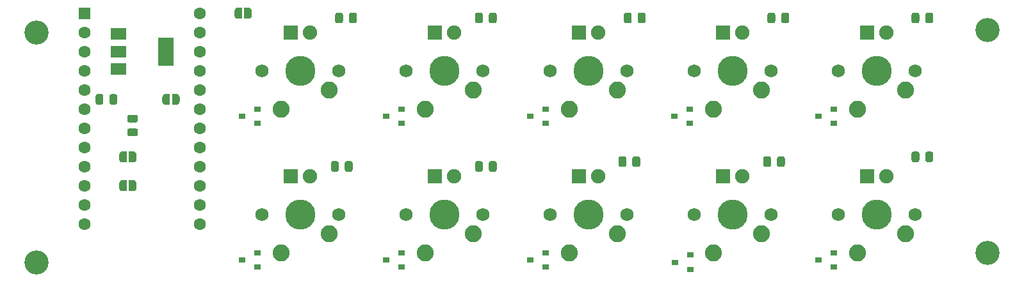
<source format=gbs>
G04 #@! TF.GenerationSoftware,KiCad,Pcbnew,(5.1.10)-1*
G04 #@! TF.CreationDate,2022-01-19T18:15:33-07:00*
G04 #@! TF.ProjectId,keypad,6b657970-6164-42e6-9b69-6361645f7063,rev?*
G04 #@! TF.SameCoordinates,Original*
G04 #@! TF.FileFunction,Soldermask,Bot*
G04 #@! TF.FilePolarity,Negative*
%FSLAX46Y46*%
G04 Gerber Fmt 4.6, Leading zero omitted, Abs format (unit mm)*
G04 Created by KiCad (PCBNEW (5.1.10)-1) date 2022-01-19 18:15:33*
%MOMM*%
%LPD*%
G01*
G04 APERTURE LIST*
%ADD10C,1.750000*%
%ADD11R,1.905000X1.905000*%
%ADD12C,1.905000*%
%ADD13C,2.250000*%
%ADD14C,3.987800*%
%ADD15R,0.900000X0.800000*%
%ADD16C,3.200000*%
%ADD17C,1.600000*%
%ADD18R,1.600000X1.600000*%
%ADD19R,2.000000X1.500000*%
%ADD20R,2.000000X3.800000*%
%ADD21C,0.100000*%
G04 APERTURE END LIST*
D10*
X132715000Y-91440000D03*
X142875000Y-91440000D03*
D11*
X136525000Y-86360000D03*
D12*
X139065000Y-86360000D03*
D13*
X141605000Y-93980000D03*
D14*
X137795000Y-91440000D03*
D13*
X135255000Y-96520000D03*
D15*
X168275000Y-116840000D03*
X170275000Y-117790000D03*
X170275000Y-115890000D03*
D16*
X209550000Y-115570000D03*
X209545001Y-86025001D03*
X83820000Y-116840000D03*
X83820000Y-86360000D03*
D17*
X105410000Y-83820000D03*
X105410000Y-86360000D03*
X105410000Y-88900000D03*
X105410000Y-91440000D03*
X105410000Y-93980000D03*
X105410000Y-96520000D03*
X105410000Y-99060000D03*
X105410000Y-101600000D03*
X105410000Y-104140000D03*
X105410000Y-106680000D03*
X105410000Y-109220000D03*
X105410000Y-111760000D03*
X90170000Y-111760000D03*
X90170000Y-109220000D03*
X90170000Y-106680000D03*
X90170000Y-104140000D03*
X90170000Y-101600000D03*
X90170000Y-99060000D03*
X90170000Y-96520000D03*
X90170000Y-93980000D03*
X90170000Y-91440000D03*
X90170000Y-88900000D03*
X90170000Y-86360000D03*
D18*
X90170000Y-83820000D03*
G36*
G01*
X96970001Y-98302500D02*
X96069999Y-98302500D01*
G75*
G02*
X95820000Y-98052501I0J249999D01*
G01*
X95820000Y-97527499D01*
G75*
G02*
X96069999Y-97277500I249999J0D01*
G01*
X96970001Y-97277500D01*
G75*
G02*
X97220000Y-97527499I0J-249999D01*
G01*
X97220000Y-98052501D01*
G75*
G02*
X96970001Y-98302500I-249999J0D01*
G01*
G37*
G36*
G01*
X96970001Y-100127500D02*
X96069999Y-100127500D01*
G75*
G02*
X95820000Y-99877501I0J249999D01*
G01*
X95820000Y-99352499D01*
G75*
G02*
X96069999Y-99102500I249999J0D01*
G01*
X96970001Y-99102500D01*
G75*
G02*
X97220000Y-99352499I0J-249999D01*
G01*
X97220000Y-99877501D01*
G75*
G02*
X96970001Y-100127500I-249999J0D01*
G01*
G37*
G36*
G01*
X93467500Y-95700001D02*
X93467500Y-94799999D01*
G75*
G02*
X93717499Y-94550000I249999J0D01*
G01*
X94242501Y-94550000D01*
G75*
G02*
X94492500Y-94799999I0J-249999D01*
G01*
X94492500Y-95700001D01*
G75*
G02*
X94242501Y-95950000I-249999J0D01*
G01*
X93717499Y-95950000D01*
G75*
G02*
X93467500Y-95700001I0J249999D01*
G01*
G37*
G36*
G01*
X91642500Y-95700001D02*
X91642500Y-94799999D01*
G75*
G02*
X91892499Y-94550000I249999J0D01*
G01*
X92417501Y-94550000D01*
G75*
G02*
X92667500Y-94799999I0J-249999D01*
G01*
X92667500Y-95700001D01*
G75*
G02*
X92417501Y-95950000I-249999J0D01*
G01*
X91892499Y-95950000D01*
G75*
G02*
X91642500Y-95700001I0J249999D01*
G01*
G37*
G36*
G01*
X201337500Y-103320001D02*
X201337500Y-102419999D01*
G75*
G02*
X201587499Y-102170000I249999J0D01*
G01*
X202112501Y-102170000D01*
G75*
G02*
X202362500Y-102419999I0J-249999D01*
G01*
X202362500Y-103320001D01*
G75*
G02*
X202112501Y-103570000I-249999J0D01*
G01*
X201587499Y-103570000D01*
G75*
G02*
X201337500Y-103320001I0J249999D01*
G01*
G37*
G36*
G01*
X199512500Y-103320001D02*
X199512500Y-102419999D01*
G75*
G02*
X199762499Y-102170000I249999J0D01*
G01*
X200287501Y-102170000D01*
G75*
G02*
X200537500Y-102419999I0J-249999D01*
G01*
X200537500Y-103320001D01*
G75*
G02*
X200287501Y-103570000I-249999J0D01*
G01*
X199762499Y-103570000D01*
G75*
G02*
X199512500Y-103320001I0J249999D01*
G01*
G37*
G36*
G01*
X201337500Y-84905001D02*
X201337500Y-84004999D01*
G75*
G02*
X201587499Y-83755000I249999J0D01*
G01*
X202112501Y-83755000D01*
G75*
G02*
X202362500Y-84004999I0J-249999D01*
G01*
X202362500Y-84905001D01*
G75*
G02*
X202112501Y-85155000I-249999J0D01*
G01*
X201587499Y-85155000D01*
G75*
G02*
X201337500Y-84905001I0J249999D01*
G01*
G37*
G36*
G01*
X199512500Y-84905001D02*
X199512500Y-84004999D01*
G75*
G02*
X199762499Y-83755000I249999J0D01*
G01*
X200287501Y-83755000D01*
G75*
G02*
X200537500Y-84004999I0J-249999D01*
G01*
X200537500Y-84905001D01*
G75*
G02*
X200287501Y-85155000I-249999J0D01*
G01*
X199762499Y-85155000D01*
G75*
G02*
X199512500Y-84905001I0J249999D01*
G01*
G37*
G36*
G01*
X181732500Y-103955001D02*
X181732500Y-103054999D01*
G75*
G02*
X181982499Y-102805000I249999J0D01*
G01*
X182507501Y-102805000D01*
G75*
G02*
X182757500Y-103054999I0J-249999D01*
G01*
X182757500Y-103955001D01*
G75*
G02*
X182507501Y-104205000I-249999J0D01*
G01*
X181982499Y-104205000D01*
G75*
G02*
X181732500Y-103955001I0J249999D01*
G01*
G37*
G36*
G01*
X179907500Y-103955001D02*
X179907500Y-103054999D01*
G75*
G02*
X180157499Y-102805000I249999J0D01*
G01*
X180682501Y-102805000D01*
G75*
G02*
X180932500Y-103054999I0J-249999D01*
G01*
X180932500Y-103955001D01*
G75*
G02*
X180682501Y-104205000I-249999J0D01*
G01*
X180157499Y-104205000D01*
G75*
G02*
X179907500Y-103955001I0J249999D01*
G01*
G37*
G36*
G01*
X182287500Y-84905001D02*
X182287500Y-84004999D01*
G75*
G02*
X182537499Y-83755000I249999J0D01*
G01*
X183062501Y-83755000D01*
G75*
G02*
X183312500Y-84004999I0J-249999D01*
G01*
X183312500Y-84905001D01*
G75*
G02*
X183062501Y-85155000I-249999J0D01*
G01*
X182537499Y-85155000D01*
G75*
G02*
X182287500Y-84905001I0J249999D01*
G01*
G37*
G36*
G01*
X180462500Y-84905001D02*
X180462500Y-84004999D01*
G75*
G02*
X180712499Y-83755000I249999J0D01*
G01*
X181237501Y-83755000D01*
G75*
G02*
X181487500Y-84004999I0J-249999D01*
G01*
X181487500Y-84905001D01*
G75*
G02*
X181237501Y-85155000I-249999J0D01*
G01*
X180712499Y-85155000D01*
G75*
G02*
X180462500Y-84905001I0J249999D01*
G01*
G37*
G36*
G01*
X162602500Y-103955001D02*
X162602500Y-103054999D01*
G75*
G02*
X162852499Y-102805000I249999J0D01*
G01*
X163377501Y-102805000D01*
G75*
G02*
X163627500Y-103054999I0J-249999D01*
G01*
X163627500Y-103955001D01*
G75*
G02*
X163377501Y-104205000I-249999J0D01*
G01*
X162852499Y-104205000D01*
G75*
G02*
X162602500Y-103955001I0J249999D01*
G01*
G37*
G36*
G01*
X160777500Y-103955001D02*
X160777500Y-103054999D01*
G75*
G02*
X161027499Y-102805000I249999J0D01*
G01*
X161552501Y-102805000D01*
G75*
G02*
X161802500Y-103054999I0J-249999D01*
G01*
X161802500Y-103955001D01*
G75*
G02*
X161552501Y-104205000I-249999J0D01*
G01*
X161027499Y-104205000D01*
G75*
G02*
X160777500Y-103955001I0J249999D01*
G01*
G37*
G36*
G01*
X163317500Y-84905001D02*
X163317500Y-84004999D01*
G75*
G02*
X163567499Y-83755000I249999J0D01*
G01*
X164092501Y-83755000D01*
G75*
G02*
X164342500Y-84004999I0J-249999D01*
G01*
X164342500Y-84905001D01*
G75*
G02*
X164092501Y-85155000I-249999J0D01*
G01*
X163567499Y-85155000D01*
G75*
G02*
X163317500Y-84905001I0J249999D01*
G01*
G37*
G36*
G01*
X161492500Y-84905001D02*
X161492500Y-84004999D01*
G75*
G02*
X161742499Y-83755000I249999J0D01*
G01*
X162267501Y-83755000D01*
G75*
G02*
X162517500Y-84004999I0J-249999D01*
G01*
X162517500Y-84905001D01*
G75*
G02*
X162267501Y-85155000I-249999J0D01*
G01*
X161742499Y-85155000D01*
G75*
G02*
X161492500Y-84905001I0J249999D01*
G01*
G37*
G36*
G01*
X143632500Y-104590001D02*
X143632500Y-103689999D01*
G75*
G02*
X143882499Y-103440000I249999J0D01*
G01*
X144407501Y-103440000D01*
G75*
G02*
X144657500Y-103689999I0J-249999D01*
G01*
X144657500Y-104590001D01*
G75*
G02*
X144407501Y-104840000I-249999J0D01*
G01*
X143882499Y-104840000D01*
G75*
G02*
X143632500Y-104590001I0J249999D01*
G01*
G37*
G36*
G01*
X141807500Y-104590001D02*
X141807500Y-103689999D01*
G75*
G02*
X142057499Y-103440000I249999J0D01*
G01*
X142582501Y-103440000D01*
G75*
G02*
X142832500Y-103689999I0J-249999D01*
G01*
X142832500Y-104590001D01*
G75*
G02*
X142582501Y-104840000I-249999J0D01*
G01*
X142057499Y-104840000D01*
G75*
G02*
X141807500Y-104590001I0J249999D01*
G01*
G37*
G36*
G01*
X143632500Y-84905001D02*
X143632500Y-84004999D01*
G75*
G02*
X143882499Y-83755000I249999J0D01*
G01*
X144407501Y-83755000D01*
G75*
G02*
X144657500Y-84004999I0J-249999D01*
G01*
X144657500Y-84905001D01*
G75*
G02*
X144407501Y-85155000I-249999J0D01*
G01*
X143882499Y-85155000D01*
G75*
G02*
X143632500Y-84905001I0J249999D01*
G01*
G37*
G36*
G01*
X141807500Y-84905001D02*
X141807500Y-84004999D01*
G75*
G02*
X142057499Y-83755000I249999J0D01*
G01*
X142582501Y-83755000D01*
G75*
G02*
X142832500Y-84004999I0J-249999D01*
G01*
X142832500Y-84905001D01*
G75*
G02*
X142582501Y-85155000I-249999J0D01*
G01*
X142057499Y-85155000D01*
G75*
G02*
X141807500Y-84905001I0J249999D01*
G01*
G37*
G36*
G01*
X124582500Y-104590001D02*
X124582500Y-103689999D01*
G75*
G02*
X124832499Y-103440000I249999J0D01*
G01*
X125357501Y-103440000D01*
G75*
G02*
X125607500Y-103689999I0J-249999D01*
G01*
X125607500Y-104590001D01*
G75*
G02*
X125357501Y-104840000I-249999J0D01*
G01*
X124832499Y-104840000D01*
G75*
G02*
X124582500Y-104590001I0J249999D01*
G01*
G37*
G36*
G01*
X122757500Y-104590001D02*
X122757500Y-103689999D01*
G75*
G02*
X123007499Y-103440000I249999J0D01*
G01*
X123532501Y-103440000D01*
G75*
G02*
X123782500Y-103689999I0J-249999D01*
G01*
X123782500Y-104590001D01*
G75*
G02*
X123532501Y-104840000I-249999J0D01*
G01*
X123007499Y-104840000D01*
G75*
G02*
X122757500Y-104590001I0J249999D01*
G01*
G37*
G36*
G01*
X125137500Y-84905001D02*
X125137500Y-84004999D01*
G75*
G02*
X125387499Y-83755000I249999J0D01*
G01*
X125912501Y-83755000D01*
G75*
G02*
X126162500Y-84004999I0J-249999D01*
G01*
X126162500Y-84905001D01*
G75*
G02*
X125912501Y-85155000I-249999J0D01*
G01*
X125387499Y-85155000D01*
G75*
G02*
X125137500Y-84905001I0J249999D01*
G01*
G37*
G36*
G01*
X123312500Y-84905001D02*
X123312500Y-84004999D01*
G75*
G02*
X123562499Y-83755000I249999J0D01*
G01*
X124087501Y-83755000D01*
G75*
G02*
X124337500Y-84004999I0J-249999D01*
G01*
X124337500Y-84905001D01*
G75*
G02*
X124087501Y-85155000I-249999J0D01*
G01*
X123562499Y-85155000D01*
G75*
G02*
X123312500Y-84905001I0J249999D01*
G01*
G37*
D19*
X94640000Y-91200000D03*
X94640000Y-86600000D03*
X94640000Y-88900000D03*
D20*
X100940000Y-88900000D03*
D10*
X189865000Y-110490000D03*
X200025000Y-110490000D03*
D11*
X193675000Y-105410000D03*
D12*
X196215000Y-105410000D03*
D13*
X198755000Y-113030000D03*
D14*
X194945000Y-110490000D03*
D13*
X192405000Y-115570000D03*
D10*
X189865000Y-91440000D03*
X200025000Y-91440000D03*
D11*
X193675000Y-86360000D03*
D12*
X196215000Y-86360000D03*
D13*
X198755000Y-93980000D03*
D14*
X194945000Y-91440000D03*
D13*
X192405000Y-96520000D03*
D10*
X170815000Y-110490000D03*
X180975000Y-110490000D03*
D11*
X174625000Y-105410000D03*
D12*
X177165000Y-105410000D03*
D13*
X179705000Y-113030000D03*
D14*
X175895000Y-110490000D03*
D13*
X173355000Y-115570000D03*
D10*
X170815000Y-91440000D03*
X180975000Y-91440000D03*
D11*
X174625000Y-86360000D03*
D12*
X177165000Y-86360000D03*
D13*
X179705000Y-93980000D03*
D14*
X175895000Y-91440000D03*
D13*
X173355000Y-96520000D03*
D10*
X151765000Y-110490000D03*
X161925000Y-110490000D03*
D11*
X155575000Y-105410000D03*
D12*
X158115000Y-105410000D03*
D13*
X160655000Y-113030000D03*
D14*
X156845000Y-110490000D03*
D13*
X154305000Y-115570000D03*
D10*
X151765000Y-91440000D03*
X161925000Y-91440000D03*
D11*
X155575000Y-86360000D03*
D12*
X158115000Y-86360000D03*
D13*
X160655000Y-93980000D03*
D14*
X156845000Y-91440000D03*
D13*
X154305000Y-96520000D03*
D10*
X132715000Y-110490000D03*
X142875000Y-110490000D03*
D11*
X136525000Y-105410000D03*
D12*
X139065000Y-105410000D03*
D13*
X141605000Y-113030000D03*
D14*
X137795000Y-110490000D03*
D13*
X135255000Y-115570000D03*
D10*
X113665000Y-110490000D03*
X123825000Y-110490000D03*
D11*
X117475000Y-105410000D03*
D12*
X120015000Y-105410000D03*
D13*
X122555000Y-113030000D03*
D14*
X118745000Y-110490000D03*
D13*
X116205000Y-115570000D03*
D10*
X113665000Y-91440000D03*
X123825000Y-91440000D03*
D11*
X117475000Y-86360000D03*
D12*
X120015000Y-86360000D03*
D13*
X122555000Y-93980000D03*
D14*
X118745000Y-91440000D03*
D13*
X116205000Y-96520000D03*
D21*
G36*
X102250000Y-94500602D02*
G01*
X102274534Y-94500602D01*
X102323365Y-94505412D01*
X102371490Y-94514984D01*
X102418445Y-94529228D01*
X102463778Y-94548005D01*
X102507051Y-94571136D01*
X102547850Y-94598396D01*
X102585779Y-94629524D01*
X102620476Y-94664221D01*
X102651604Y-94702150D01*
X102678864Y-94742949D01*
X102701995Y-94786222D01*
X102720772Y-94831555D01*
X102735016Y-94878510D01*
X102744588Y-94926635D01*
X102749398Y-94975466D01*
X102749398Y-95000000D01*
X102750000Y-95000000D01*
X102750000Y-95500000D01*
X102749398Y-95500000D01*
X102749398Y-95524534D01*
X102744588Y-95573365D01*
X102735016Y-95621490D01*
X102720772Y-95668445D01*
X102701995Y-95713778D01*
X102678864Y-95757051D01*
X102651604Y-95797850D01*
X102620476Y-95835779D01*
X102585779Y-95870476D01*
X102547850Y-95901604D01*
X102507051Y-95928864D01*
X102463778Y-95951995D01*
X102418445Y-95970772D01*
X102371490Y-95985016D01*
X102323365Y-95994588D01*
X102274534Y-95999398D01*
X102250000Y-95999398D01*
X102250000Y-96000000D01*
X101750000Y-96000000D01*
X101750000Y-94500000D01*
X102250000Y-94500000D01*
X102250000Y-94500602D01*
G37*
G36*
X101450000Y-96000000D02*
G01*
X100950000Y-96000000D01*
X100950000Y-95999398D01*
X100925466Y-95999398D01*
X100876635Y-95994588D01*
X100828510Y-95985016D01*
X100781555Y-95970772D01*
X100736222Y-95951995D01*
X100692949Y-95928864D01*
X100652150Y-95901604D01*
X100614221Y-95870476D01*
X100579524Y-95835779D01*
X100548396Y-95797850D01*
X100521136Y-95757051D01*
X100498005Y-95713778D01*
X100479228Y-95668445D01*
X100464984Y-95621490D01*
X100455412Y-95573365D01*
X100450602Y-95524534D01*
X100450602Y-95500000D01*
X100450000Y-95500000D01*
X100450000Y-95000000D01*
X100450602Y-95000000D01*
X100450602Y-94975466D01*
X100455412Y-94926635D01*
X100464984Y-94878510D01*
X100479228Y-94831555D01*
X100498005Y-94786222D01*
X100521136Y-94742949D01*
X100548396Y-94702150D01*
X100579524Y-94664221D01*
X100614221Y-94629524D01*
X100652150Y-94598396D01*
X100692949Y-94571136D01*
X100736222Y-94548005D01*
X100781555Y-94529228D01*
X100828510Y-94514984D01*
X100876635Y-94505412D01*
X100925466Y-94500602D01*
X100950000Y-94500602D01*
X100950000Y-94500000D01*
X101450000Y-94500000D01*
X101450000Y-96000000D01*
G37*
G36*
X111790000Y-83070602D02*
G01*
X111814534Y-83070602D01*
X111863365Y-83075412D01*
X111911490Y-83084984D01*
X111958445Y-83099228D01*
X112003778Y-83118005D01*
X112047051Y-83141136D01*
X112087850Y-83168396D01*
X112125779Y-83199524D01*
X112160476Y-83234221D01*
X112191604Y-83272150D01*
X112218864Y-83312949D01*
X112241995Y-83356222D01*
X112260772Y-83401555D01*
X112275016Y-83448510D01*
X112284588Y-83496635D01*
X112289398Y-83545466D01*
X112289398Y-83570000D01*
X112290000Y-83570000D01*
X112290000Y-84070000D01*
X112289398Y-84070000D01*
X112289398Y-84094534D01*
X112284588Y-84143365D01*
X112275016Y-84191490D01*
X112260772Y-84238445D01*
X112241995Y-84283778D01*
X112218864Y-84327051D01*
X112191604Y-84367850D01*
X112160476Y-84405779D01*
X112125779Y-84440476D01*
X112087850Y-84471604D01*
X112047051Y-84498864D01*
X112003778Y-84521995D01*
X111958445Y-84540772D01*
X111911490Y-84555016D01*
X111863365Y-84564588D01*
X111814534Y-84569398D01*
X111790000Y-84569398D01*
X111790000Y-84570000D01*
X111290000Y-84570000D01*
X111290000Y-83070000D01*
X111790000Y-83070000D01*
X111790000Y-83070602D01*
G37*
G36*
X110990000Y-84570000D02*
G01*
X110490000Y-84570000D01*
X110490000Y-84569398D01*
X110465466Y-84569398D01*
X110416635Y-84564588D01*
X110368510Y-84555016D01*
X110321555Y-84540772D01*
X110276222Y-84521995D01*
X110232949Y-84498864D01*
X110192150Y-84471604D01*
X110154221Y-84440476D01*
X110119524Y-84405779D01*
X110088396Y-84367850D01*
X110061136Y-84327051D01*
X110038005Y-84283778D01*
X110019228Y-84238445D01*
X110004984Y-84191490D01*
X109995412Y-84143365D01*
X109990602Y-84094534D01*
X109990602Y-84070000D01*
X109990000Y-84070000D01*
X109990000Y-83570000D01*
X109990602Y-83570000D01*
X109990602Y-83545466D01*
X109995412Y-83496635D01*
X110004984Y-83448510D01*
X110019228Y-83401555D01*
X110038005Y-83356222D01*
X110061136Y-83312949D01*
X110088396Y-83272150D01*
X110119524Y-83234221D01*
X110154221Y-83199524D01*
X110192150Y-83168396D01*
X110232949Y-83141136D01*
X110276222Y-83118005D01*
X110321555Y-83099228D01*
X110368510Y-83084984D01*
X110416635Y-83075412D01*
X110465466Y-83070602D01*
X110490000Y-83070602D01*
X110490000Y-83070000D01*
X110990000Y-83070000D01*
X110990000Y-84570000D01*
G37*
G36*
X96550000Y-105930602D02*
G01*
X96574534Y-105930602D01*
X96623365Y-105935412D01*
X96671490Y-105944984D01*
X96718445Y-105959228D01*
X96763778Y-105978005D01*
X96807051Y-106001136D01*
X96847850Y-106028396D01*
X96885779Y-106059524D01*
X96920476Y-106094221D01*
X96951604Y-106132150D01*
X96978864Y-106172949D01*
X97001995Y-106216222D01*
X97020772Y-106261555D01*
X97035016Y-106308510D01*
X97044588Y-106356635D01*
X97049398Y-106405466D01*
X97049398Y-106430000D01*
X97050000Y-106430000D01*
X97050000Y-106930000D01*
X97049398Y-106930000D01*
X97049398Y-106954534D01*
X97044588Y-107003365D01*
X97035016Y-107051490D01*
X97020772Y-107098445D01*
X97001995Y-107143778D01*
X96978864Y-107187051D01*
X96951604Y-107227850D01*
X96920476Y-107265779D01*
X96885779Y-107300476D01*
X96847850Y-107331604D01*
X96807051Y-107358864D01*
X96763778Y-107381995D01*
X96718445Y-107400772D01*
X96671490Y-107415016D01*
X96623365Y-107424588D01*
X96574534Y-107429398D01*
X96550000Y-107429398D01*
X96550000Y-107430000D01*
X96050000Y-107430000D01*
X96050000Y-105930000D01*
X96550000Y-105930000D01*
X96550000Y-105930602D01*
G37*
G36*
X95750000Y-107430000D02*
G01*
X95250000Y-107430000D01*
X95250000Y-107429398D01*
X95225466Y-107429398D01*
X95176635Y-107424588D01*
X95128510Y-107415016D01*
X95081555Y-107400772D01*
X95036222Y-107381995D01*
X94992949Y-107358864D01*
X94952150Y-107331604D01*
X94914221Y-107300476D01*
X94879524Y-107265779D01*
X94848396Y-107227850D01*
X94821136Y-107187051D01*
X94798005Y-107143778D01*
X94779228Y-107098445D01*
X94764984Y-107051490D01*
X94755412Y-107003365D01*
X94750602Y-106954534D01*
X94750602Y-106930000D01*
X94750000Y-106930000D01*
X94750000Y-106430000D01*
X94750602Y-106430000D01*
X94750602Y-106405466D01*
X94755412Y-106356635D01*
X94764984Y-106308510D01*
X94779228Y-106261555D01*
X94798005Y-106216222D01*
X94821136Y-106172949D01*
X94848396Y-106132150D01*
X94879524Y-106094221D01*
X94914221Y-106059524D01*
X94952150Y-106028396D01*
X94992949Y-106001136D01*
X95036222Y-105978005D01*
X95081555Y-105959228D01*
X95128510Y-105944984D01*
X95176635Y-105935412D01*
X95225466Y-105930602D01*
X95250000Y-105930602D01*
X95250000Y-105930000D01*
X95750000Y-105930000D01*
X95750000Y-107430000D01*
G37*
G36*
X95250000Y-103619398D02*
G01*
X95225466Y-103619398D01*
X95176635Y-103614588D01*
X95128510Y-103605016D01*
X95081555Y-103590772D01*
X95036222Y-103571995D01*
X94992949Y-103548864D01*
X94952150Y-103521604D01*
X94914221Y-103490476D01*
X94879524Y-103455779D01*
X94848396Y-103417850D01*
X94821136Y-103377051D01*
X94798005Y-103333778D01*
X94779228Y-103288445D01*
X94764984Y-103241490D01*
X94755412Y-103193365D01*
X94750602Y-103144534D01*
X94750602Y-103120000D01*
X94750000Y-103120000D01*
X94750000Y-102620000D01*
X94750602Y-102620000D01*
X94750602Y-102595466D01*
X94755412Y-102546635D01*
X94764984Y-102498510D01*
X94779228Y-102451555D01*
X94798005Y-102406222D01*
X94821136Y-102362949D01*
X94848396Y-102322150D01*
X94879524Y-102284221D01*
X94914221Y-102249524D01*
X94952150Y-102218396D01*
X94992949Y-102191136D01*
X95036222Y-102168005D01*
X95081555Y-102149228D01*
X95128510Y-102134984D01*
X95176635Y-102125412D01*
X95225466Y-102120602D01*
X95250000Y-102120602D01*
X95250000Y-102120000D01*
X95750000Y-102120000D01*
X95750000Y-103620000D01*
X95250000Y-103620000D01*
X95250000Y-103619398D01*
G37*
G36*
X96050000Y-102120000D02*
G01*
X96550000Y-102120000D01*
X96550000Y-102120602D01*
X96574534Y-102120602D01*
X96623365Y-102125412D01*
X96671490Y-102134984D01*
X96718445Y-102149228D01*
X96763778Y-102168005D01*
X96807051Y-102191136D01*
X96847850Y-102218396D01*
X96885779Y-102249524D01*
X96920476Y-102284221D01*
X96951604Y-102322150D01*
X96978864Y-102362949D01*
X97001995Y-102406222D01*
X97020772Y-102451555D01*
X97035016Y-102498510D01*
X97044588Y-102546635D01*
X97049398Y-102595466D01*
X97049398Y-102620000D01*
X97050000Y-102620000D01*
X97050000Y-103120000D01*
X97049398Y-103120000D01*
X97049398Y-103144534D01*
X97044588Y-103193365D01*
X97035016Y-103241490D01*
X97020772Y-103288445D01*
X97001995Y-103333778D01*
X96978864Y-103377051D01*
X96951604Y-103417850D01*
X96920476Y-103455779D01*
X96885779Y-103490476D01*
X96847850Y-103521604D01*
X96807051Y-103548864D01*
X96763778Y-103571995D01*
X96718445Y-103590772D01*
X96671490Y-103605016D01*
X96623365Y-103614588D01*
X96574534Y-103619398D01*
X96550000Y-103619398D01*
X96550000Y-103620000D01*
X96050000Y-103620000D01*
X96050000Y-102120000D01*
G37*
D15*
X187230000Y-116520000D03*
X189230000Y-117470000D03*
X189230000Y-115570000D03*
X187230000Y-97470000D03*
X189230000Y-98420000D03*
X189230000Y-96520000D03*
X168180000Y-97470000D03*
X170180000Y-98420000D03*
X170180000Y-96520000D03*
X149130000Y-116520000D03*
X151130000Y-117470000D03*
X151130000Y-115570000D03*
X149130000Y-97470000D03*
X151130000Y-98420000D03*
X151130000Y-96520000D03*
X130080000Y-116520000D03*
X132080000Y-117470000D03*
X132080000Y-115570000D03*
X130080000Y-97470000D03*
X132080000Y-98420000D03*
X132080000Y-96520000D03*
X111030000Y-116520000D03*
X113030000Y-117470000D03*
X113030000Y-115570000D03*
X111030000Y-97470000D03*
X113030000Y-98420000D03*
X113030000Y-96520000D03*
M02*

</source>
